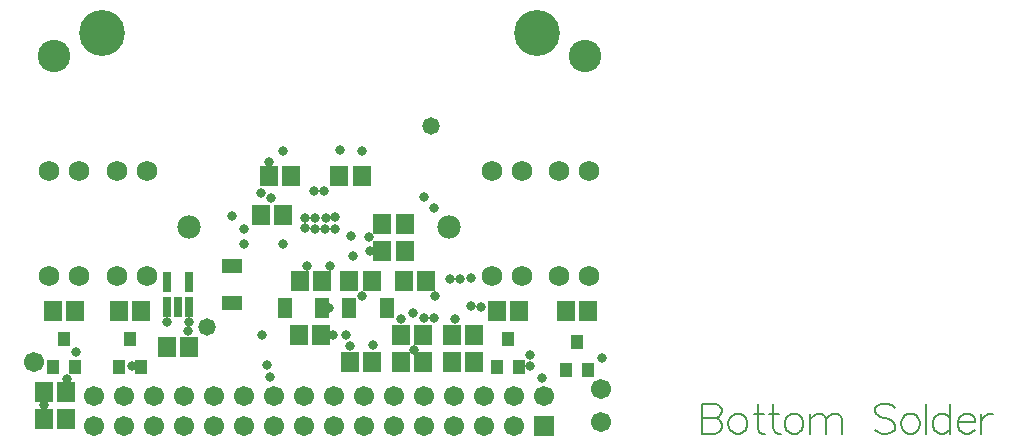
<source format=gbs>
%FSLAX23Y23*%
%MOIN*%
G70*
G01*
G75*
G04 Layer_Color=16711935*
%ADD10C,0.016*%
%ADD11C,0.010*%
%ADD12C,0.020*%
%ADD13C,0.018*%
%ADD14C,0.015*%
%ADD15C,0.100*%
%ADD16C,0.145*%
%ADD17C,0.050*%
%ADD18C,0.070*%
%ADD19C,0.060*%
%ADD20O,0.060X0.061*%
%ADD21C,0.059*%
%ADD22C,0.059*%
%ADD23R,0.059X0.059*%
%ADD24C,0.025*%
%ADD25R,0.051X0.059*%
%ADD26R,0.058X0.039*%
%ADD27R,0.022X0.057*%
%ADD28R,0.022X0.057*%
%ADD29R,0.039X0.058*%
%ADD30R,0.035X0.037*%
%ADD31R,0.035X0.037*%
%ADD32C,0.020*%
%ADD33C,0.025*%
%ADD34C,0.004*%
%ADD35C,0.006*%
%ADD36C,0.005*%
%ADD37C,0.004*%
%ADD38C,0.010*%
%ADD39C,0.008*%
%ADD40C,0.008*%
%ADD41R,0.420X0.140*%
%ADD42R,0.250X0.130*%
%ADD43R,0.170X0.050*%
%ADD44R,0.080X0.080*%
%ADD45R,0.021X0.068*%
%ADD46C,0.024*%
%ADD47C,0.108*%
%ADD48C,0.153*%
%ADD49C,0.058*%
%ADD50C,0.078*%
%ADD51C,0.068*%
%ADD52O,0.068X0.069*%
%ADD53C,0.067*%
%ADD54C,0.067*%
%ADD55R,0.067X0.067*%
%ADD56C,0.033*%
%ADD57R,0.059X0.067*%
%ADD58R,0.066X0.047*%
%ADD59R,0.030X0.065*%
%ADD60R,0.030X0.065*%
%ADD61R,0.047X0.066*%
%ADD62R,0.043X0.045*%
%ADD63R,0.043X0.045*%
D35*
X2275Y150D02*
Y50D01*
Y150D02*
X2318D01*
X2332Y145D01*
X2337Y140D01*
X2342Y131D01*
Y121D01*
X2337Y112D01*
X2332Y107D01*
X2318Y102D01*
X2275D02*
X2318D01*
X2332Y98D01*
X2337Y93D01*
X2342Y83D01*
Y69D01*
X2337Y60D01*
X2332Y55D01*
X2318Y50D01*
X2275D01*
X2388Y117D02*
X2378Y112D01*
X2369Y102D01*
X2364Y88D01*
Y79D01*
X2369Y64D01*
X2378Y55D01*
X2388Y50D01*
X2402D01*
X2412Y55D01*
X2421Y64D01*
X2426Y79D01*
Y88D01*
X2421Y102D01*
X2412Y112D01*
X2402Y117D01*
X2388D01*
X2462Y150D02*
Y69D01*
X2467Y55D01*
X2476Y50D01*
X2486D01*
X2448Y117D02*
X2481D01*
X2514Y150D02*
Y69D01*
X2519Y55D01*
X2529Y50D01*
X2538D01*
X2500Y117D02*
X2534D01*
X2576D02*
X2567Y112D01*
X2557Y102D01*
X2553Y88D01*
Y79D01*
X2557Y64D01*
X2567Y55D01*
X2576Y50D01*
X2591D01*
X2600Y55D01*
X2610Y64D01*
X2614Y79D01*
Y88D01*
X2610Y102D01*
X2600Y112D01*
X2591Y117D01*
X2576D01*
X2636D02*
Y50D01*
Y98D02*
X2651Y112D01*
X2660Y117D01*
X2674D01*
X2684Y112D01*
X2689Y98D01*
Y50D01*
Y98D02*
X2703Y112D01*
X2713Y117D01*
X2727D01*
X2736Y112D01*
X2741Y98D01*
Y50D01*
X2918Y136D02*
X2908Y145D01*
X2894Y150D01*
X2875D01*
X2861Y145D01*
X2851Y136D01*
Y126D01*
X2856Y117D01*
X2861Y112D01*
X2870Y107D01*
X2899Y98D01*
X2908Y93D01*
X2913Y88D01*
X2918Y79D01*
Y64D01*
X2908Y55D01*
X2894Y50D01*
X2875D01*
X2861Y55D01*
X2851Y64D01*
X2964Y117D02*
X2954Y112D01*
X2945Y102D01*
X2940Y88D01*
Y79D01*
X2945Y64D01*
X2954Y55D01*
X2964Y50D01*
X2978D01*
X2988Y55D01*
X2997Y64D01*
X3002Y79D01*
Y88D01*
X2997Y102D01*
X2988Y112D01*
X2978Y117D01*
X2964D01*
X3024Y150D02*
Y50D01*
X3102Y150D02*
Y50D01*
Y102D02*
X3092Y112D01*
X3083Y117D01*
X3069D01*
X3059Y112D01*
X3050Y102D01*
X3045Y88D01*
Y79D01*
X3050Y64D01*
X3059Y55D01*
X3069Y50D01*
X3083D01*
X3092Y55D01*
X3102Y64D01*
X3129Y88D02*
X3186D01*
Y98D01*
X3181Y107D01*
X3176Y112D01*
X3167Y117D01*
X3152D01*
X3143Y112D01*
X3133Y102D01*
X3129Y88D01*
Y79D01*
X3133Y64D01*
X3143Y55D01*
X3152Y50D01*
X3167D01*
X3176Y55D01*
X3186Y64D01*
X3207Y117D02*
Y50D01*
Y88D02*
X3212Y102D01*
X3221Y112D01*
X3231Y117D01*
X3245D01*
D47*
X1885Y1310D02*
D03*
X115D02*
D03*
D48*
X1725Y1385D02*
D03*
X275D02*
D03*
D49*
X1373Y1075D02*
D03*
X627Y405D02*
D03*
D50*
X1433Y740D02*
D03*
X567D02*
D03*
D51*
X1800Y575D02*
D03*
Y925D02*
D03*
X100Y575D02*
D03*
X325D02*
D03*
X100Y925D02*
D03*
X325D02*
D03*
X1575D02*
D03*
Y575D02*
D03*
D52*
X1900D02*
D03*
X200Y925D02*
D03*
X425D02*
D03*
X1675D02*
D03*
X425Y575D02*
D03*
X200D02*
D03*
X1900Y925D02*
D03*
X1675Y575D02*
D03*
D53*
X250Y175D02*
D03*
X350D02*
D03*
Y75D02*
D03*
X650Y175D02*
D03*
X750Y75D02*
D03*
X850Y175D02*
D03*
X950D02*
D03*
Y75D02*
D03*
X1050Y175D02*
D03*
X1150D02*
D03*
Y75D02*
D03*
X1250Y175D02*
D03*
X1350D02*
D03*
Y75D02*
D03*
X1450Y175D02*
D03*
X1550D02*
D03*
Y75D02*
D03*
X1650Y175D02*
D03*
X450Y175D02*
D03*
X550D02*
D03*
Y75D02*
D03*
X750Y175D02*
D03*
X1750Y175D02*
D03*
X50Y290D02*
D03*
X1940Y90D02*
D03*
Y200D02*
D03*
D54*
X250Y75D02*
D03*
X650Y75D02*
D03*
X850D02*
D03*
X1050D02*
D03*
X1250Y75D02*
D03*
X1450D02*
D03*
X1650D02*
D03*
X450Y75D02*
D03*
D55*
X1750Y75D02*
D03*
D56*
X377Y275D02*
D03*
X1942Y304D02*
D03*
X809Y380D02*
D03*
X564Y391D02*
D03*
X566Y424D02*
D03*
X493D02*
D03*
X1350Y838D02*
D03*
X82Y145D02*
D03*
X1036Y610D02*
D03*
X1034Y469D02*
D03*
X960Y610D02*
D03*
X748Y682D02*
D03*
X880D02*
D03*
X1101Y343D02*
D03*
X188Y323D02*
D03*
X1317Y330D02*
D03*
X1180Y346D02*
D03*
X1144Y510D02*
D03*
X1114Y641D02*
D03*
X986Y733D02*
D03*
X1021Y769D02*
D03*
X954D02*
D03*
X982Y858D02*
D03*
X1105Y709D02*
D03*
X987Y769D02*
D03*
X1054Y773D02*
D03*
X1053Y734D02*
D03*
X953Y735D02*
D03*
X1273Y433D02*
D03*
X1017Y860D02*
D03*
X1437Y565D02*
D03*
X1386Y510D02*
D03*
X1470Y567D02*
D03*
X1540Y472D02*
D03*
X1507Y568D02*
D03*
X1701Y275D02*
D03*
Y311D02*
D03*
X1744Y235D02*
D03*
X835Y240D02*
D03*
X826Y278D02*
D03*
X806Y854D02*
D03*
X839Y835D02*
D03*
X1141Y994D02*
D03*
X1069Y995D02*
D03*
X832Y956D02*
D03*
X878Y991D02*
D03*
X748Y731D02*
D03*
X710Y775D02*
D03*
X1168Y660D02*
D03*
X1020Y734D02*
D03*
X1313Y451D02*
D03*
X1349Y437D02*
D03*
X1382Y435D02*
D03*
X1451Y431D02*
D03*
X1506Y476D02*
D03*
X1167Y706D02*
D03*
X1384Y804D02*
D03*
X1047Y380D02*
D03*
X1088Y379D02*
D03*
X160Y234D02*
D03*
D57*
X1823Y460D02*
D03*
X1443Y290D02*
D03*
X1897Y460D02*
D03*
X1517Y290D02*
D03*
X1100Y560D02*
D03*
X1175D02*
D03*
X1273Y380D02*
D03*
X1007D02*
D03*
X933D02*
D03*
X567Y340D02*
D03*
X492D02*
D03*
X1347Y290D02*
D03*
X1273D02*
D03*
X1177D02*
D03*
X1103D02*
D03*
X1010Y560D02*
D03*
X935D02*
D03*
X1347Y380D02*
D03*
X1285Y660D02*
D03*
X880Y780D02*
D03*
X805D02*
D03*
X907Y910D02*
D03*
X832D02*
D03*
X1285Y750D02*
D03*
X157Y190D02*
D03*
X83D02*
D03*
X187Y460D02*
D03*
X113D02*
D03*
X407D02*
D03*
X333D02*
D03*
X1283Y560D02*
D03*
X1357D02*
D03*
X1667Y460D02*
D03*
X1593D02*
D03*
X1067Y910D02*
D03*
X1142D02*
D03*
X1210Y750D02*
D03*
Y660D02*
D03*
X1517Y380D02*
D03*
X1443D02*
D03*
X157Y100D02*
D03*
X83D02*
D03*
D58*
X710Y610D02*
D03*
Y485D02*
D03*
D59*
X566Y472D02*
D03*
D60*
X528Y472D02*
D03*
X491D02*
D03*
Y556D02*
D03*
X566D02*
D03*
D61*
X1100Y470D02*
D03*
X1225D02*
D03*
X1010D02*
D03*
X885D02*
D03*
D62*
X112Y274D02*
D03*
X332D02*
D03*
X1822Y264D02*
D03*
X1592Y274D02*
D03*
D63*
X187Y274D02*
D03*
X150Y366D02*
D03*
X370D02*
D03*
X407Y274D02*
D03*
X1860Y356D02*
D03*
X1897Y264D02*
D03*
X1667Y274D02*
D03*
X1630Y366D02*
D03*
M02*

</source>
